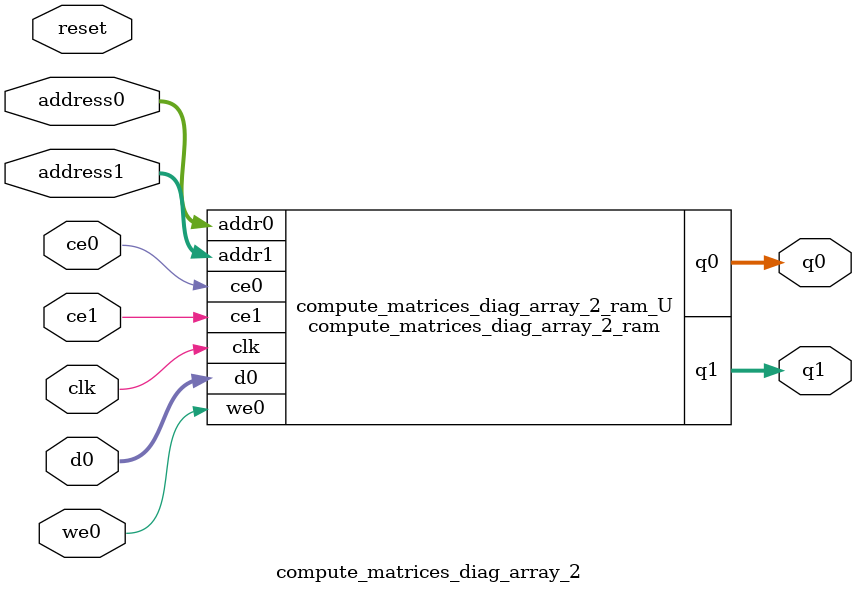
<source format=v>
`timescale 1 ns / 1 ps
module compute_matrices_diag_array_2_ram (addr0, ce0, d0, we0, q0, addr1, ce1, q1,  clk);

parameter DWIDTH = 16;
parameter AWIDTH = 6;
parameter MEM_SIZE = 33;

input[AWIDTH-1:0] addr0;
input ce0;
input[DWIDTH-1:0] d0;
input we0;
output reg[DWIDTH-1:0] q0;
input[AWIDTH-1:0] addr1;
input ce1;
output reg[DWIDTH-1:0] q1;
input clk;

reg [DWIDTH-1:0] ram[0:MEM_SIZE-1];




always @(posedge clk)  
begin 
    if (ce0) begin
        if (we0) 
            ram[addr0] <= d0; 
        q0 <= ram[addr0];
    end
end


always @(posedge clk)  
begin 
    if (ce1) begin
        q1 <= ram[addr1];
    end
end


endmodule

`timescale 1 ns / 1 ps
module compute_matrices_diag_array_2(
    reset,
    clk,
    address0,
    ce0,
    we0,
    d0,
    q0,
    address1,
    ce1,
    q1);

parameter DataWidth = 32'd16;
parameter AddressRange = 32'd33;
parameter AddressWidth = 32'd6;
input reset;
input clk;
input[AddressWidth - 1:0] address0;
input ce0;
input we0;
input[DataWidth - 1:0] d0;
output[DataWidth - 1:0] q0;
input[AddressWidth - 1:0] address1;
input ce1;
output[DataWidth - 1:0] q1;



compute_matrices_diag_array_2_ram compute_matrices_diag_array_2_ram_U(
    .clk( clk ),
    .addr0( address0 ),
    .ce0( ce0 ),
    .we0( we0 ),
    .d0( d0 ),
    .q0( q0 ),
    .addr1( address1 ),
    .ce1( ce1 ),
    .q1( q1 ));

endmodule


</source>
